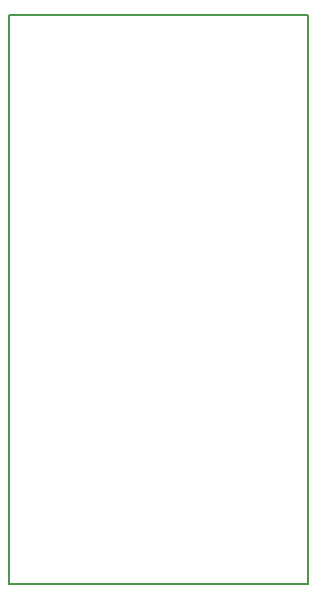
<source format=gm1>
G04 MADE WITH FRITZING*
G04 WWW.FRITZING.ORG*
G04 DOUBLE SIDED*
G04 HOLES PLATED*
G04 CONTOUR ON CENTER OF CONTOUR VECTOR*
%ASAXBY*%
%FSLAX23Y23*%
%MOIN*%
%OFA0B0*%
%SFA1.0B1.0*%
%ADD10R,1.004961X1.905720*%
%ADD11C,0.008000*%
%ADD10C,0.008*%
%LNCONTOUR*%
G90*
G70*
G54D10*
G54D11*
X4Y1902D02*
X1001Y1902D01*
X1001Y4D01*
X4Y4D01*
X4Y1902D01*
D02*
G04 End of contour*
M02*
</source>
